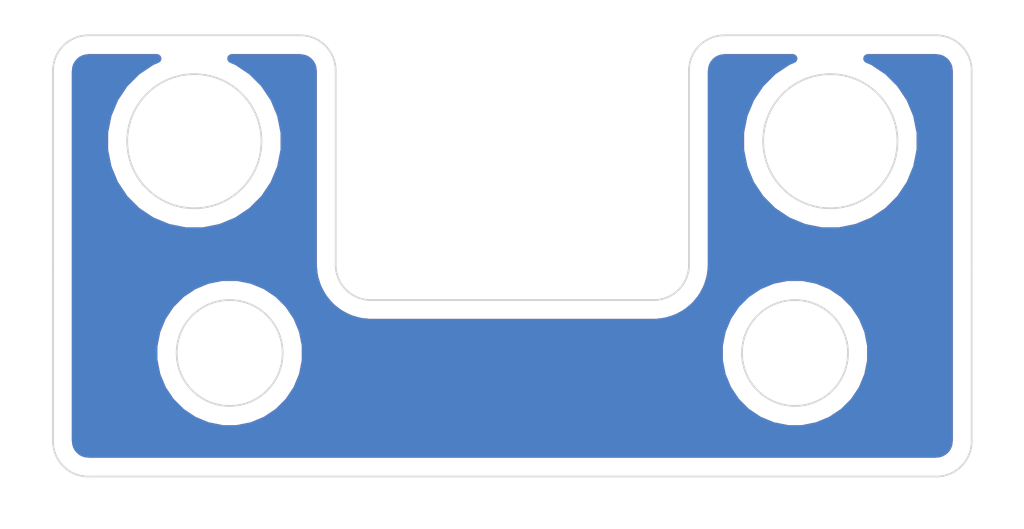
<source format=kicad_pcb>
(kicad_pcb (version 20171130) (host pcbnew 5.1.9+dfsg1-1+deb11u1)

  (general
    (thickness 1.6)
    (drawings 22)
    (tracks 0)
    (zones 0)
    (modules 0)
    (nets 1)
  )

  (page A4)
  (layers
    (0 F.Cu signal)
    (31 B.Cu signal)
    (32 B.Adhes user)
    (33 F.Adhes user)
    (34 B.Paste user)
    (35 F.Paste user)
    (36 B.SilkS user)
    (37 F.SilkS user)
    (38 B.Mask user)
    (39 F.Mask user)
    (40 Dwgs.User user)
    (41 Cmts.User user)
    (42 Eco1.User user)
    (43 Eco2.User user)
    (44 Edge.Cuts user)
    (45 Margin user)
    (46 B.CrtYd user)
    (47 F.CrtYd user)
    (48 B.Fab user)
    (49 F.Fab user)
  )

  (setup
    (last_trace_width 0.25)
    (trace_clearance 0.2)
    (zone_clearance 0.508)
    (zone_45_only no)
    (trace_min 0.2)
    (via_size 0.8)
    (via_drill 0.4)
    (via_min_size 0.4)
    (via_min_drill 0.3)
    (uvia_size 0.3)
    (uvia_drill 0.1)
    (uvias_allowed no)
    (uvia_min_size 0.2)
    (uvia_min_drill 0.1)
    (edge_width 0.05)
    (segment_width 0.2)
    (pcb_text_width 0.3)
    (pcb_text_size 1.5 1.5)
    (mod_edge_width 0.12)
    (mod_text_size 1 1)
    (mod_text_width 0.15)
    (pad_size 1.524 1.524)
    (pad_drill 0.762)
    (pad_to_mask_clearance 0)
    (aux_axis_origin 0 0)
    (visible_elements FFFFFF7F)
    (pcbplotparams
      (layerselection 0x010fc_ffffffff)
      (usegerberextensions false)
      (usegerberattributes true)
      (usegerberadvancedattributes true)
      (creategerberjobfile true)
      (excludeedgelayer true)
      (linewidth 0.100000)
      (plotframeref false)
      (viasonmask false)
      (mode 1)
      (useauxorigin false)
      (hpglpennumber 1)
      (hpglpenspeed 20)
      (hpglpendiameter 15.000000)
      (psnegative false)
      (psa4output false)
      (plotreference true)
      (plotvalue true)
      (plotinvisibletext false)
      (padsonsilk false)
      (subtractmaskfromsilk false)
      (outputformat 1)
      (mirror false)
      (drillshape 1)
      (scaleselection 1)
      (outputdirectory ""))
  )

  (net 0 "")

  (net_class Default "This is the default net class."
    (clearance 0.2)
    (trace_width 0.25)
    (via_dia 0.8)
    (via_drill 0.4)
    (uvia_dia 0.3)
    (uvia_drill 0.1)
  )

  (gr_circle (center 160.5 102) (end 162.4 102) (layer Edge.Cuts) (width 0.05))
  (gr_circle (center 142.5 102) (end 144.4 102) (layer Edge.Cuts) (width 0.05))
  (gr_circle (center 159.5 108) (end 161 108) (layer Edge.Cuts) (width 0.05))
  (gr_circle (center 143.5 108) (end 145 108) (layer Edge.Cuts) (width 0.05))
  (gr_line (start 139.5 111.5) (end 163.5 111.5) (layer Edge.Cuts) (width 0.05))
  (gr_arc (start 139.5 110.5) (end 138.5 110.5) (angle -90) (layer Edge.Cuts) (width 0.05))
  (gr_line (start 138.5 105.5) (end 138.5 110.5) (layer Edge.Cuts) (width 0.05))
  (gr_line (start 138.5 100) (end 138.5 105.5) (layer Edge.Cuts) (width 0.05))
  (gr_arc (start 139.5 100) (end 139.5 99) (angle -90) (layer Edge.Cuts) (width 0.05))
  (gr_line (start 145.5 99) (end 139.5 99) (layer Edge.Cuts) (width 0.05))
  (gr_arc (start 145.5 100) (end 146.5 100) (angle -90) (layer Edge.Cuts) (width 0.05))
  (gr_line (start 146.5 105.5) (end 146.5 100) (layer Edge.Cuts) (width 0.05))
  (gr_arc (start 147.5 105.5) (end 146.5 105.5) (angle -90) (layer Edge.Cuts) (width 0.05))
  (gr_line (start 155.5 106.5) (end 147.5 106.5) (layer Edge.Cuts) (width 0.05))
  (gr_arc (start 155.5 105.5) (end 155.5 106.5) (angle -90) (layer Edge.Cuts) (width 0.05))
  (gr_line (start 156.5 100) (end 156.5 105.5) (layer Edge.Cuts) (width 0.05))
  (gr_arc (start 157.5 100) (end 157.5 99) (angle -90) (layer Edge.Cuts) (width 0.05))
  (gr_line (start 163.5 99) (end 157.5 99) (layer Edge.Cuts) (width 0.05))
  (gr_arc (start 163.5 100) (end 164.5 100) (angle -90) (layer Edge.Cuts) (width 0.05))
  (gr_line (start 164.5 105.5) (end 164.5 100) (layer Edge.Cuts) (width 0.05))
  (gr_line (start 164.5 110.5) (end 164.5 105.5) (layer Edge.Cuts) (width 0.05))
  (gr_arc (start 163.5 110.5) (end 163.5 111.5) (angle -90) (layer Edge.Cuts) (width 0.05))

  (zone (net 0) (net_name "") (layer F.Cu) (tstamp 0) (hatch edge 0.508)
    (connect_pads (clearance 0.508))
    (min_thickness 0.254)
    (fill yes (arc_segments 32) (thermal_gap 0.508) (thermal_bridge_width 0.508))
    (polygon
      (pts
        (xy 166 113) (xy 137 113) (xy 137 98) (xy 166 98)
      )
    )
    (filled_polygon
      (pts
        (xy 141.283796 99.724643) (xy 140.863265 100.005633) (xy 140.505633 100.363265) (xy 140.224643 100.783796) (xy 140.031094 101.251066)
        (xy 139.932423 101.747116) (xy 139.932423 102.252884) (xy 140.031094 102.748934) (xy 140.224643 103.216204) (xy 140.505633 103.636735)
        (xy 140.863265 103.994367) (xy 141.283796 104.275357) (xy 141.751066 104.468906) (xy 142.247116 104.567577) (xy 142.752884 104.567577)
        (xy 143.248934 104.468906) (xy 143.716204 104.275357) (xy 144.136735 103.994367) (xy 144.494367 103.636735) (xy 144.775357 103.216204)
        (xy 144.968906 102.748934) (xy 145.067577 102.252884) (xy 145.067577 101.747116) (xy 144.968906 101.251066) (xy 144.775357 100.783796)
        (xy 144.494367 100.363265) (xy 144.136735 100.005633) (xy 143.716204 99.724643) (xy 143.560142 99.66) (xy 145.467721 99.66)
        (xy 145.565424 99.66958) (xy 145.628356 99.68858) (xy 145.686405 99.719445) (xy 145.737343 99.760989) (xy 145.779248 99.811644)
        (xy 145.810515 99.869471) (xy 145.829956 99.932272) (xy 145.840001 100.027845) (xy 145.84 105.532418) (xy 145.842783 105.560673)
        (xy 145.84274 105.566801) (xy 145.84364 105.575972) (xy 145.864041 105.770069) (xy 145.876068 105.828658) (xy 145.887277 105.887423)
        (xy 145.889941 105.896245) (xy 145.947653 106.082683) (xy 145.970838 106.137838) (xy 145.993242 106.193291) (xy 145.997568 106.201427)
        (xy 146.090393 106.373104) (xy 146.123846 106.422699) (xy 146.1566 106.472753) (xy 146.162424 106.479894) (xy 146.286828 106.630272)
        (xy 146.329263 106.672411) (xy 146.371126 106.715161) (xy 146.378227 106.721034) (xy 146.529469 106.844384) (xy 146.579277 106.877477)
        (xy 146.628651 106.911284) (xy 146.636757 106.915667) (xy 146.80908 107.007292) (xy 146.864392 107.03009) (xy 146.919366 107.053652)
        (xy 146.928169 107.056377) (xy 147.115006 107.112786) (xy 147.173686 107.124405) (xy 147.232196 107.136842) (xy 147.241361 107.137805)
        (xy 147.435594 107.15685) (xy 147.435598 107.15685) (xy 147.467581 107.16) (xy 155.532419 107.16) (xy 155.560674 107.157217)
        (xy 155.566801 107.15726) (xy 155.575972 107.15636) (xy 155.770069 107.135959) (xy 155.828658 107.123932) (xy 155.887423 107.112723)
        (xy 155.896245 107.110059) (xy 156.082683 107.052347) (xy 156.137838 107.029162) (xy 156.193291 107.006758) (xy 156.201427 107.002432)
        (xy 156.373104 106.909607) (xy 156.422699 106.876154) (xy 156.472753 106.8434) (xy 156.479894 106.837576) (xy 156.630272 106.713172)
        (xy 156.672411 106.670737) (xy 156.715161 106.628874) (xy 156.721034 106.621773) (xy 156.844384 106.470531) (xy 156.877477 106.420723)
        (xy 156.911284 106.371349) (xy 156.915667 106.363243) (xy 157.007292 106.19092) (xy 157.03009 106.135608) (xy 157.053652 106.080634)
        (xy 157.056377 106.071831) (xy 157.112786 105.884994) (xy 157.124405 105.826314) (xy 157.136842 105.767804) (xy 157.137805 105.758639)
        (xy 157.15685 105.564406) (xy 157.15685 105.564402) (xy 157.16 105.532419) (xy 157.16 100.032279) (xy 157.16958 99.934576)
        (xy 157.18858 99.871644) (xy 157.219445 99.813595) (xy 157.260989 99.762657) (xy 157.311644 99.720752) (xy 157.369471 99.689485)
        (xy 157.432272 99.670044) (xy 157.527835 99.66) (xy 159.439858 99.66) (xy 159.283796 99.724643) (xy 158.863265 100.005633)
        (xy 158.505633 100.363265) (xy 158.224643 100.783796) (xy 158.031094 101.251066) (xy 157.932423 101.747116) (xy 157.932423 102.252884)
        (xy 158.031094 102.748934) (xy 158.224643 103.216204) (xy 158.505633 103.636735) (xy 158.863265 103.994367) (xy 159.283796 104.275357)
        (xy 159.751066 104.468906) (xy 160.247116 104.567577) (xy 160.752884 104.567577) (xy 161.248934 104.468906) (xy 161.716204 104.275357)
        (xy 162.136735 103.994367) (xy 162.494367 103.636735) (xy 162.775357 103.216204) (xy 162.968906 102.748934) (xy 163.067577 102.252884)
        (xy 163.067577 101.747116) (xy 162.968906 101.251066) (xy 162.775357 100.783796) (xy 162.494367 100.363265) (xy 162.136735 100.005633)
        (xy 161.716204 99.724643) (xy 161.560142 99.66) (xy 163.467721 99.66) (xy 163.565424 99.66958) (xy 163.628356 99.68858)
        (xy 163.686405 99.719445) (xy 163.737343 99.760989) (xy 163.779248 99.811644) (xy 163.810515 99.869471) (xy 163.829956 99.932272)
        (xy 163.840001 100.027845) (xy 163.84 105.532418) (xy 163.840001 105.532428) (xy 163.84 110.467721) (xy 163.83042 110.565424)
        (xy 163.81142 110.628357) (xy 163.780554 110.686406) (xy 163.739011 110.737343) (xy 163.688356 110.779248) (xy 163.630529 110.810515)
        (xy 163.567728 110.829956) (xy 163.472165 110.84) (xy 139.532279 110.84) (xy 139.434576 110.83042) (xy 139.371643 110.81142)
        (xy 139.313594 110.780554) (xy 139.262657 110.739011) (xy 139.220752 110.688356) (xy 139.189485 110.630529) (xy 139.170044 110.567728)
        (xy 139.16 110.472165) (xy 139.16 107.786323) (xy 141.330497 107.786323) (xy 141.330497 108.213677) (xy 141.41387 108.632821)
        (xy 141.577412 109.027645) (xy 141.814837 109.382977) (xy 142.117023 109.685163) (xy 142.472355 109.922588) (xy 142.867179 110.08613)
        (xy 143.286323 110.169503) (xy 143.713677 110.169503) (xy 144.132821 110.08613) (xy 144.527645 109.922588) (xy 144.882977 109.685163)
        (xy 145.185163 109.382977) (xy 145.422588 109.027645) (xy 145.58613 108.632821) (xy 145.669503 108.213677) (xy 145.669503 107.786323)
        (xy 157.330497 107.786323) (xy 157.330497 108.213677) (xy 157.41387 108.632821) (xy 157.577412 109.027645) (xy 157.814837 109.382977)
        (xy 158.117023 109.685163) (xy 158.472355 109.922588) (xy 158.867179 110.08613) (xy 159.286323 110.169503) (xy 159.713677 110.169503)
        (xy 160.132821 110.08613) (xy 160.527645 109.922588) (xy 160.882977 109.685163) (xy 161.185163 109.382977) (xy 161.422588 109.027645)
        (xy 161.58613 108.632821) (xy 161.669503 108.213677) (xy 161.669503 107.786323) (xy 161.58613 107.367179) (xy 161.422588 106.972355)
        (xy 161.185163 106.617023) (xy 160.882977 106.314837) (xy 160.527645 106.077412) (xy 160.132821 105.91387) (xy 159.713677 105.830497)
        (xy 159.286323 105.830497) (xy 158.867179 105.91387) (xy 158.472355 106.077412) (xy 158.117023 106.314837) (xy 157.814837 106.617023)
        (xy 157.577412 106.972355) (xy 157.41387 107.367179) (xy 157.330497 107.786323) (xy 145.669503 107.786323) (xy 145.58613 107.367179)
        (xy 145.422588 106.972355) (xy 145.185163 106.617023) (xy 144.882977 106.314837) (xy 144.527645 106.077412) (xy 144.132821 105.91387)
        (xy 143.713677 105.830497) (xy 143.286323 105.830497) (xy 142.867179 105.91387) (xy 142.472355 106.077412) (xy 142.117023 106.314837)
        (xy 141.814837 106.617023) (xy 141.577412 106.972355) (xy 141.41387 107.367179) (xy 141.330497 107.786323) (xy 139.16 107.786323)
        (xy 139.16 100.032279) (xy 139.16958 99.934576) (xy 139.18858 99.871644) (xy 139.219445 99.813595) (xy 139.260989 99.762657)
        (xy 139.311644 99.720752) (xy 139.369471 99.689485) (xy 139.432272 99.670044) (xy 139.527835 99.66) (xy 141.439858 99.66)
      )
    )
  )
  (zone (net 0) (net_name "") (layer B.Cu) (tstamp 0) (hatch edge 0.508)
    (connect_pads (clearance 0.508))
    (min_thickness 0.254)
    (fill yes (arc_segments 32) (thermal_gap 0.508) (thermal_bridge_width 0.508))
    (polygon
      (pts
        (xy 166 113) (xy 137 113) (xy 137 98) (xy 166 98)
      )
    )
    (filled_polygon
      (pts
        (xy 141.283796 99.724643) (xy 140.863265 100.005633) (xy 140.505633 100.363265) (xy 140.224643 100.783796) (xy 140.031094 101.251066)
        (xy 139.932423 101.747116) (xy 139.932423 102.252884) (xy 140.031094 102.748934) (xy 140.224643 103.216204) (xy 140.505633 103.636735)
        (xy 140.863265 103.994367) (xy 141.283796 104.275357) (xy 141.751066 104.468906) (xy 142.247116 104.567577) (xy 142.752884 104.567577)
        (xy 143.248934 104.468906) (xy 143.716204 104.275357) (xy 144.136735 103.994367) (xy 144.494367 103.636735) (xy 144.775357 103.216204)
        (xy 144.968906 102.748934) (xy 145.067577 102.252884) (xy 145.067577 101.747116) (xy 144.968906 101.251066) (xy 144.775357 100.783796)
        (xy 144.494367 100.363265) (xy 144.136735 100.005633) (xy 143.716204 99.724643) (xy 143.560142 99.66) (xy 145.467721 99.66)
        (xy 145.565424 99.66958) (xy 145.628356 99.68858) (xy 145.686405 99.719445) (xy 145.737343 99.760989) (xy 145.779248 99.811644)
        (xy 145.810515 99.869471) (xy 145.829956 99.932272) (xy 145.840001 100.027845) (xy 145.84 105.532418) (xy 145.842783 105.560673)
        (xy 145.84274 105.566801) (xy 145.84364 105.575972) (xy 145.864041 105.770069) (xy 145.876068 105.828658) (xy 145.887277 105.887423)
        (xy 145.889941 105.896245) (xy 145.947653 106.082683) (xy 145.970838 106.137838) (xy 145.993242 106.193291) (xy 145.997568 106.201427)
        (xy 146.090393 106.373104) (xy 146.123846 106.422699) (xy 146.1566 106.472753) (xy 146.162424 106.479894) (xy 146.286828 106.630272)
        (xy 146.329263 106.672411) (xy 146.371126 106.715161) (xy 146.378227 106.721034) (xy 146.529469 106.844384) (xy 146.579277 106.877477)
        (xy 146.628651 106.911284) (xy 146.636757 106.915667) (xy 146.80908 107.007292) (xy 146.864392 107.03009) (xy 146.919366 107.053652)
        (xy 146.928169 107.056377) (xy 147.115006 107.112786) (xy 147.173686 107.124405) (xy 147.232196 107.136842) (xy 147.241361 107.137805)
        (xy 147.435594 107.15685) (xy 147.435598 107.15685) (xy 147.467581 107.16) (xy 155.532419 107.16) (xy 155.560674 107.157217)
        (xy 155.566801 107.15726) (xy 155.575972 107.15636) (xy 155.770069 107.135959) (xy 155.828658 107.123932) (xy 155.887423 107.112723)
        (xy 155.896245 107.110059) (xy 156.082683 107.052347) (xy 156.137838 107.029162) (xy 156.193291 107.006758) (xy 156.201427 107.002432)
        (xy 156.373104 106.909607) (xy 156.422699 106.876154) (xy 156.472753 106.8434) (xy 156.479894 106.837576) (xy 156.630272 106.713172)
        (xy 156.672411 106.670737) (xy 156.715161 106.628874) (xy 156.721034 106.621773) (xy 156.844384 106.470531) (xy 156.877477 106.420723)
        (xy 156.911284 106.371349) (xy 156.915667 106.363243) (xy 157.007292 106.19092) (xy 157.03009 106.135608) (xy 157.053652 106.080634)
        (xy 157.056377 106.071831) (xy 157.112786 105.884994) (xy 157.124405 105.826314) (xy 157.136842 105.767804) (xy 157.137805 105.758639)
        (xy 157.15685 105.564406) (xy 157.15685 105.564402) (xy 157.16 105.532419) (xy 157.16 100.032279) (xy 157.16958 99.934576)
        (xy 157.18858 99.871644) (xy 157.219445 99.813595) (xy 157.260989 99.762657) (xy 157.311644 99.720752) (xy 157.369471 99.689485)
        (xy 157.432272 99.670044) (xy 157.527835 99.66) (xy 159.439858 99.66) (xy 159.283796 99.724643) (xy 158.863265 100.005633)
        (xy 158.505633 100.363265) (xy 158.224643 100.783796) (xy 158.031094 101.251066) (xy 157.932423 101.747116) (xy 157.932423 102.252884)
        (xy 158.031094 102.748934) (xy 158.224643 103.216204) (xy 158.505633 103.636735) (xy 158.863265 103.994367) (xy 159.283796 104.275357)
        (xy 159.751066 104.468906) (xy 160.247116 104.567577) (xy 160.752884 104.567577) (xy 161.248934 104.468906) (xy 161.716204 104.275357)
        (xy 162.136735 103.994367) (xy 162.494367 103.636735) (xy 162.775357 103.216204) (xy 162.968906 102.748934) (xy 163.067577 102.252884)
        (xy 163.067577 101.747116) (xy 162.968906 101.251066) (xy 162.775357 100.783796) (xy 162.494367 100.363265) (xy 162.136735 100.005633)
        (xy 161.716204 99.724643) (xy 161.560142 99.66) (xy 163.467721 99.66) (xy 163.565424 99.66958) (xy 163.628356 99.68858)
        (xy 163.686405 99.719445) (xy 163.737343 99.760989) (xy 163.779248 99.811644) (xy 163.810515 99.869471) (xy 163.829956 99.932272)
        (xy 163.840001 100.027845) (xy 163.84 105.532418) (xy 163.840001 105.532428) (xy 163.84 110.467721) (xy 163.83042 110.565424)
        (xy 163.81142 110.628357) (xy 163.780554 110.686406) (xy 163.739011 110.737343) (xy 163.688356 110.779248) (xy 163.630529 110.810515)
        (xy 163.567728 110.829956) (xy 163.472165 110.84) (xy 139.532279 110.84) (xy 139.434576 110.83042) (xy 139.371643 110.81142)
        (xy 139.313594 110.780554) (xy 139.262657 110.739011) (xy 139.220752 110.688356) (xy 139.189485 110.630529) (xy 139.170044 110.567728)
        (xy 139.16 110.472165) (xy 139.16 107.786323) (xy 141.330497 107.786323) (xy 141.330497 108.213677) (xy 141.41387 108.632821)
        (xy 141.577412 109.027645) (xy 141.814837 109.382977) (xy 142.117023 109.685163) (xy 142.472355 109.922588) (xy 142.867179 110.08613)
        (xy 143.286323 110.169503) (xy 143.713677 110.169503) (xy 144.132821 110.08613) (xy 144.527645 109.922588) (xy 144.882977 109.685163)
        (xy 145.185163 109.382977) (xy 145.422588 109.027645) (xy 145.58613 108.632821) (xy 145.669503 108.213677) (xy 145.669503 107.786323)
        (xy 157.330497 107.786323) (xy 157.330497 108.213677) (xy 157.41387 108.632821) (xy 157.577412 109.027645) (xy 157.814837 109.382977)
        (xy 158.117023 109.685163) (xy 158.472355 109.922588) (xy 158.867179 110.08613) (xy 159.286323 110.169503) (xy 159.713677 110.169503)
        (xy 160.132821 110.08613) (xy 160.527645 109.922588) (xy 160.882977 109.685163) (xy 161.185163 109.382977) (xy 161.422588 109.027645)
        (xy 161.58613 108.632821) (xy 161.669503 108.213677) (xy 161.669503 107.786323) (xy 161.58613 107.367179) (xy 161.422588 106.972355)
        (xy 161.185163 106.617023) (xy 160.882977 106.314837) (xy 160.527645 106.077412) (xy 160.132821 105.91387) (xy 159.713677 105.830497)
        (xy 159.286323 105.830497) (xy 158.867179 105.91387) (xy 158.472355 106.077412) (xy 158.117023 106.314837) (xy 157.814837 106.617023)
        (xy 157.577412 106.972355) (xy 157.41387 107.367179) (xy 157.330497 107.786323) (xy 145.669503 107.786323) (xy 145.58613 107.367179)
        (xy 145.422588 106.972355) (xy 145.185163 106.617023) (xy 144.882977 106.314837) (xy 144.527645 106.077412) (xy 144.132821 105.91387)
        (xy 143.713677 105.830497) (xy 143.286323 105.830497) (xy 142.867179 105.91387) (xy 142.472355 106.077412) (xy 142.117023 106.314837)
        (xy 141.814837 106.617023) (xy 141.577412 106.972355) (xy 141.41387 107.367179) (xy 141.330497 107.786323) (xy 139.16 107.786323)
        (xy 139.16 100.032279) (xy 139.16958 99.934576) (xy 139.18858 99.871644) (xy 139.219445 99.813595) (xy 139.260989 99.762657)
        (xy 139.311644 99.720752) (xy 139.369471 99.689485) (xy 139.432272 99.670044) (xy 139.527835 99.66) (xy 141.439858 99.66)
      )
    )
  )
)

</source>
